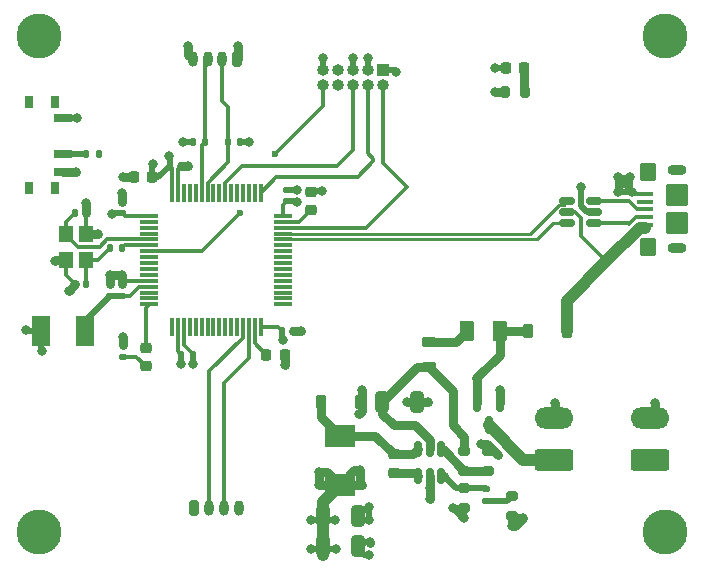
<source format=gbr>
%TF.GenerationSoftware,KiCad,Pcbnew,8.0.3*%
%TF.CreationDate,2024-07-29T11:00:05+05:30*%
%TF.ProjectId,SSTM32_REV2,5353544d-3332-45f5-9245-56322e6b6963,rev?*%
%TF.SameCoordinates,Original*%
%TF.FileFunction,Copper,L1,Top*%
%TF.FilePolarity,Positive*%
%FSLAX46Y46*%
G04 Gerber Fmt 4.6, Leading zero omitted, Abs format (unit mm)*
G04 Created by KiCad (PCBNEW 8.0.3) date 2024-07-29 11:00:05*
%MOMM*%
%LPD*%
G01*
G04 APERTURE LIST*
G04 Aperture macros list*
%AMRoundRect*
0 Rectangle with rounded corners*
0 $1 Rounding radius*
0 $2 $3 $4 $5 $6 $7 $8 $9 X,Y pos of 4 corners*
0 Add a 4 corners polygon primitive as box body*
4,1,4,$2,$3,$4,$5,$6,$7,$8,$9,$2,$3,0*
0 Add four circle primitives for the rounded corners*
1,1,$1+$1,$2,$3*
1,1,$1+$1,$4,$5*
1,1,$1+$1,$6,$7*
1,1,$1+$1,$8,$9*
0 Add four rect primitives between the rounded corners*
20,1,$1+$1,$2,$3,$4,$5,0*
20,1,$1+$1,$4,$5,$6,$7,0*
20,1,$1+$1,$6,$7,$8,$9,0*
20,1,$1+$1,$8,$9,$2,$3,0*%
G04 Aperture macros list end*
%TA.AperFunction,SMDPad,CuDef*%
%ADD10RoundRect,0.140000X0.170000X-0.140000X0.170000X0.140000X-0.170000X0.140000X-0.170000X-0.140000X0*%
%TD*%
%TA.AperFunction,SMDPad,CuDef*%
%ADD11RoundRect,0.140000X-0.140000X-0.170000X0.140000X-0.170000X0.140000X0.170000X-0.140000X0.170000X0*%
%TD*%
%TA.AperFunction,SMDPad,CuDef*%
%ADD12RoundRect,0.225000X0.225000X0.250000X-0.225000X0.250000X-0.225000X-0.250000X0.225000X-0.250000X0*%
%TD*%
%TA.AperFunction,SMDPad,CuDef*%
%ADD13RoundRect,0.135000X-0.185000X0.135000X-0.185000X-0.135000X0.185000X-0.135000X0.185000X0.135000X0*%
%TD*%
%TA.AperFunction,SMDPad,CuDef*%
%ADD14R,1.200000X1.400000*%
%TD*%
%TA.AperFunction,SMDPad,CuDef*%
%ADD15RoundRect,0.218750X-0.381250X0.218750X-0.381250X-0.218750X0.381250X-0.218750X0.381250X0.218750X0*%
%TD*%
%TA.AperFunction,SMDPad,CuDef*%
%ADD16RoundRect,0.250000X-0.375000X-0.625000X0.375000X-0.625000X0.375000X0.625000X-0.375000X0.625000X0*%
%TD*%
%TA.AperFunction,SMDPad,CuDef*%
%ADD17R,0.800000X1.000000*%
%TD*%
%TA.AperFunction,SMDPad,CuDef*%
%ADD18R,1.500000X0.700000*%
%TD*%
%TA.AperFunction,SMDPad,CuDef*%
%ADD19RoundRect,0.200000X0.275000X-0.200000X0.275000X0.200000X-0.275000X0.200000X-0.275000X-0.200000X0*%
%TD*%
%TA.AperFunction,SMDPad,CuDef*%
%ADD20RoundRect,0.135000X0.185000X-0.135000X0.185000X0.135000X-0.185000X0.135000X-0.185000X-0.135000X0*%
%TD*%
%TA.AperFunction,SMDPad,CuDef*%
%ADD21RoundRect,0.218750X0.256250X-0.218750X0.256250X0.218750X-0.256250X0.218750X-0.256250X-0.218750X0*%
%TD*%
%TA.AperFunction,SMDPad,CuDef*%
%ADD22R,1.500000X2.500000*%
%TD*%
%TA.AperFunction,SMDPad,CuDef*%
%ADD23RoundRect,0.225000X-0.225000X-0.375000X0.225000X-0.375000X0.225000X0.375000X-0.225000X0.375000X0*%
%TD*%
%TA.AperFunction,SMDPad,CuDef*%
%ADD24RoundRect,0.150000X0.150000X-0.512500X0.150000X0.512500X-0.150000X0.512500X-0.150000X-0.512500X0*%
%TD*%
%TA.AperFunction,SMDPad,CuDef*%
%ADD25RoundRect,0.218750X0.218750X0.256250X-0.218750X0.256250X-0.218750X-0.256250X0.218750X-0.256250X0*%
%TD*%
%TA.AperFunction,SMDPad,CuDef*%
%ADD26RoundRect,0.225000X0.250000X-0.225000X0.250000X0.225000X-0.250000X0.225000X-0.250000X-0.225000X0*%
%TD*%
%TA.AperFunction,SMDPad,CuDef*%
%ADD27RoundRect,0.250000X-0.325000X-0.650000X0.325000X-0.650000X0.325000X0.650000X-0.325000X0.650000X0*%
%TD*%
%TA.AperFunction,ComponentPad*%
%ADD28RoundRect,0.250000X1.400000X-0.650000X1.400000X0.650000X-1.400000X0.650000X-1.400000X-0.650000X0*%
%TD*%
%TA.AperFunction,ComponentPad*%
%ADD29O,3.300000X1.800000*%
%TD*%
%TA.AperFunction,SMDPad,CuDef*%
%ADD30RoundRect,0.200000X-0.275000X0.200000X-0.275000X-0.200000X0.275000X-0.200000X0.275000X0.200000X0*%
%TD*%
%TA.AperFunction,ComponentPad*%
%ADD31C,3.800000*%
%TD*%
%TA.AperFunction,SMDPad,CuDef*%
%ADD32RoundRect,0.150000X-0.150000X0.587500X-0.150000X-0.587500X0.150000X-0.587500X0.150000X0.587500X0*%
%TD*%
%TA.AperFunction,SMDPad,CuDef*%
%ADD33RoundRect,0.075000X-0.700000X-0.075000X0.700000X-0.075000X0.700000X0.075000X-0.700000X0.075000X0*%
%TD*%
%TA.AperFunction,SMDPad,CuDef*%
%ADD34RoundRect,0.075000X-0.075000X-0.700000X0.075000X-0.700000X0.075000X0.700000X-0.075000X0.700000X0*%
%TD*%
%TA.AperFunction,SMDPad,CuDef*%
%ADD35RoundRect,0.135000X0.135000X0.185000X-0.135000X0.185000X-0.135000X-0.185000X0.135000X-0.185000X0*%
%TD*%
%TA.AperFunction,SMDPad,CuDef*%
%ADD36R,2.500000X1.900000*%
%TD*%
%TA.AperFunction,SMDPad,CuDef*%
%ADD37RoundRect,0.225000X-0.225000X-0.250000X0.225000X-0.250000X0.225000X0.250000X-0.225000X0.250000X0*%
%TD*%
%TA.AperFunction,ComponentPad*%
%ADD38RoundRect,0.200000X-0.200000X-0.450000X0.200000X-0.450000X0.200000X0.450000X-0.200000X0.450000X0*%
%TD*%
%TA.AperFunction,ComponentPad*%
%ADD39O,0.800000X1.300000*%
%TD*%
%TA.AperFunction,ComponentPad*%
%ADD40R,1.000000X1.000000*%
%TD*%
%TA.AperFunction,ComponentPad*%
%ADD41O,1.000000X1.000000*%
%TD*%
%TA.AperFunction,SMDPad,CuDef*%
%ADD42RoundRect,0.140000X0.140000X0.170000X-0.140000X0.170000X-0.140000X-0.170000X0.140000X-0.170000X0*%
%TD*%
%TA.AperFunction,SMDPad,CuDef*%
%ADD43RoundRect,0.100000X0.575000X-0.100000X0.575000X0.100000X-0.575000X0.100000X-0.575000X-0.100000X0*%
%TD*%
%TA.AperFunction,ComponentPad*%
%ADD44O,1.600000X0.900000*%
%TD*%
%TA.AperFunction,SMDPad,CuDef*%
%ADD45RoundRect,0.250000X0.450000X-0.550000X0.450000X0.550000X-0.450000X0.550000X-0.450000X-0.550000X0*%
%TD*%
%TA.AperFunction,SMDPad,CuDef*%
%ADD46RoundRect,0.250000X0.700000X-0.700000X0.700000X0.700000X-0.700000X0.700000X-0.700000X-0.700000X0*%
%TD*%
%TA.AperFunction,SMDPad,CuDef*%
%ADD47RoundRect,0.135000X-0.135000X-0.185000X0.135000X-0.185000X0.135000X0.185000X-0.135000X0.185000X0*%
%TD*%
%TA.AperFunction,SMDPad,CuDef*%
%ADD48RoundRect,0.150000X0.512500X0.150000X-0.512500X0.150000X-0.512500X-0.150000X0.512500X-0.150000X0*%
%TD*%
%TA.AperFunction,SMDPad,CuDef*%
%ADD49RoundRect,0.200000X0.200000X0.275000X-0.200000X0.275000X-0.200000X-0.275000X0.200000X-0.275000X0*%
%TD*%
%TA.AperFunction,ComponentPad*%
%ADD50RoundRect,0.200000X0.200000X0.450000X-0.200000X0.450000X-0.200000X-0.450000X0.200000X-0.450000X0*%
%TD*%
%TA.AperFunction,ViaPad*%
%ADD51C,0.800000*%
%TD*%
%TA.AperFunction,ViaPad*%
%ADD52C,0.600000*%
%TD*%
%TA.AperFunction,Conductor*%
%ADD53C,0.300000*%
%TD*%
%TA.AperFunction,Conductor*%
%ADD54C,0.500000*%
%TD*%
%TA.AperFunction,Conductor*%
%ADD55C,0.750000*%
%TD*%
%TA.AperFunction,Conductor*%
%ADD56C,1.000000*%
%TD*%
%TA.AperFunction,Conductor*%
%ADD57C,0.261112*%
%TD*%
G04 APERTURE END LIST*
D10*
%TO.P,C9,1*%
%TO.N,+3.3VA*%
X151000000Y-103000000D03*
%TO.P,C9,2*%
%TO.N,GND*%
X151000000Y-102040000D03*
%TD*%
D11*
%TO.P,C12,1*%
%TO.N,HSE_IN*%
X148040000Y-96000000D03*
%TO.P,C12,2*%
%TO.N,GND*%
X149000000Y-96000000D03*
%TD*%
D12*
%TO.P,C3,1*%
%TO.N,+3.3V*%
X154550000Y-93000000D03*
%TO.P,C3,2*%
%TO.N,GND*%
X153000000Y-93000000D03*
%TD*%
D13*
%TO.P,R7,1*%
%TO.N,BUCK_FB*%
X182850000Y-119350000D03*
%TO.P,R7,2*%
%TO.N,Net-(R7-Pad2)*%
X182850000Y-120370000D03*
%TD*%
D11*
%TO.P,C6,1*%
%TO.N,+3.3V*%
X165520000Y-106000000D03*
%TO.P,C6,2*%
%TO.N,GND*%
X166480000Y-106000000D03*
%TD*%
D14*
%TO.P,Y1,1,1*%
%TO.N,HSE_IN*%
X147300000Y-97800000D03*
%TO.P,Y1,2,2*%
%TO.N,GND*%
X147300000Y-100000000D03*
%TO.P,Y1,3,3*%
%TO.N,Net-(C11-Pad1)*%
X149000000Y-100000000D03*
%TO.P,Y1,4,4*%
%TO.N,GND*%
X149000000Y-97800000D03*
%TD*%
D15*
%TO.P,FB1,1*%
%TO.N,Net-(F1-Pad1)*%
X178000000Y-106937500D03*
%TO.P,FB1,2*%
%TO.N,BUCK_IN*%
X178000000Y-109062500D03*
%TD*%
D16*
%TO.P,F1,1*%
%TO.N,Net-(F1-Pad1)*%
X181200000Y-106000000D03*
%TO.P,F1,2*%
%TO.N,Net-(D3-K)*%
X184000000Y-106000000D03*
%TD*%
D17*
%TO.P,SW1,*%
%TO.N,*%
X146350000Y-86600000D03*
X144140000Y-86600000D03*
X146350000Y-93900000D03*
X144140000Y-93900000D03*
D18*
%TO.P,SW1,1,A*%
%TO.N,+3.3V*%
X147000000Y-88000000D03*
%TO.P,SW1,2,B*%
%TO.N,Net-(SW1-B)*%
X147000000Y-91000000D03*
%TO.P,SW1,3,C*%
%TO.N,GND*%
X147000000Y-92500000D03*
%TD*%
D19*
%TO.P,R5,1*%
%TO.N,BUCK_EN*%
X183000000Y-117825000D03*
%TO.P,R5,2*%
%TO.N,GND*%
X183000000Y-116175000D03*
%TD*%
D20*
%TO.P,R3,1*%
%TO.N,Net-(D1-K)*%
X152100000Y-108220000D03*
%TO.P,R3,2*%
%TO.N,GND*%
X152100000Y-107200000D03*
%TD*%
D21*
%TO.P,D1,1,K*%
%TO.N,Net-(D1-K)*%
X154000000Y-109000000D03*
%TO.P,D1,2,A*%
%TO.N,LED_STATUS*%
X154000000Y-107425000D03*
%TD*%
D22*
%TO.P,L1,1*%
%TO.N,+3.3V*%
X145150000Y-106000000D03*
%TO.P,L1,2*%
%TO.N,+3.3VA*%
X148850000Y-106000000D03*
%TD*%
D23*
%TO.P,D3,1,K*%
%TO.N,Net-(D3-K)*%
X186350000Y-106000000D03*
%TO.P,D3,2,A*%
%TO.N,+5V*%
X189650000Y-106000000D03*
%TD*%
D24*
%TO.P,IC1,1,BST*%
%TO.N,BUCK_BST*%
X177100000Y-118275000D03*
%TO.P,IC1,2,GND*%
%TO.N,GND*%
X178050000Y-118275000D03*
%TO.P,IC1,3,FB*%
%TO.N,BUCK_FB*%
X179000000Y-118275000D03*
%TO.P,IC1,4,EN*%
%TO.N,BUCK_EN*%
X179000000Y-116000000D03*
%TO.P,IC1,5,IN*%
%TO.N,BUCK_IN*%
X178050000Y-116000000D03*
%TO.P,IC1,6,SW*%
%TO.N,BUCK_SW*%
X177100000Y-116000000D03*
%TD*%
D25*
%TO.P,D4,1,K*%
%TO.N,Net-(D4-K)*%
X186062500Y-83750000D03*
%TO.P,D4,2,A*%
%TO.N,+3.3V*%
X184487500Y-83750000D03*
%TD*%
D26*
%TO.P,C14,1*%
%TO.N,BUCK_BST*%
X175000000Y-118000000D03*
%TO.P,C14,2*%
%TO.N,BUCK_SW*%
X175000000Y-116450000D03*
%TD*%
D27*
%TO.P,C15,1*%
%TO.N,+3.3V*%
X169025000Y-121700000D03*
%TO.P,C15,2*%
%TO.N,GND*%
X171975000Y-121700000D03*
%TD*%
D28*
%TO.P,J1,1,Pin_1*%
%TO.N,+12V*%
X188552500Y-116900000D03*
X196752500Y-116900000D03*
D29*
%TO.P,J1,2,Pin_2*%
%TO.N,GND*%
X188552500Y-113400000D03*
X196752500Y-113400000D03*
%TD*%
D10*
%TO.P,C7,1*%
%TO.N,+3.3V*%
X166000000Y-95000000D03*
%TO.P,C7,2*%
%TO.N,GND*%
X166000000Y-94040000D03*
%TD*%
D30*
%TO.P,R8,1*%
%TO.N,Net-(R7-Pad2)*%
X185000000Y-120000000D03*
%TO.P,R8,2*%
%TO.N,GND*%
X185000000Y-121650000D03*
%TD*%
D31*
%TO.P,H2,1,1*%
%TO.N,GND*%
X198000000Y-123000000D03*
%TD*%
D10*
%TO.P,C10,1*%
%TO.N,+3.3VA*%
X152000000Y-103000000D03*
%TO.P,C10,2*%
%TO.N,GND*%
X152000000Y-102040000D03*
%TD*%
D32*
%TO.P,Q1,1,G*%
%TO.N,GND*%
X184000000Y-112125000D03*
%TO.P,Q1,2,S*%
%TO.N,Net-(D3-K)*%
X182100000Y-112125000D03*
%TO.P,Q1,3,D*%
%TO.N,+12V*%
X183050000Y-114000000D03*
%TD*%
D10*
%TO.P,C4,1*%
%TO.N,+3.3V*%
X152000000Y-96000000D03*
%TO.P,C4,2*%
%TO.N,GND*%
X152000000Y-95040000D03*
%TD*%
D33*
%TO.P,U1,1,VBAT*%
%TO.N,+3.3V*%
X154325000Y-96250000D03*
%TO.P,U1,2,PC13*%
%TO.N,unconnected-(U1-PC13-Pad2)*%
X154325000Y-96750000D03*
%TO.P,U1,3,PC14*%
%TO.N,unconnected-(U1-PC14-Pad3)*%
X154325000Y-97250000D03*
%TO.P,U1,4,PC15*%
%TO.N,unconnected-(U1-PC15-Pad4)*%
X154325000Y-97750000D03*
%TO.P,U1,5,PH0*%
%TO.N,HSE_IN*%
X154325000Y-98250000D03*
%TO.P,U1,6,PH1*%
%TO.N,HSE_OUT*%
X154325000Y-98750000D03*
%TO.P,U1,7,NRST*%
%TO.N,NRST*%
X154325000Y-99250000D03*
%TO.P,U1,8,PC0*%
%TO.N,unconnected-(U1-PC0-Pad8)*%
X154325000Y-99750000D03*
%TO.P,U1,9,PC1*%
%TO.N,unconnected-(U1-PC1-Pad9)*%
X154325000Y-100250000D03*
%TO.P,U1,10,PC2*%
%TO.N,unconnected-(U1-PC2-Pad10)*%
X154325000Y-100750000D03*
%TO.P,U1,11,PC3*%
%TO.N,unconnected-(U1-PC3-Pad11)*%
X154325000Y-101250000D03*
%TO.P,U1,12,VSSA*%
%TO.N,GND*%
X154325000Y-101750000D03*
%TO.P,U1,13,VDDA*%
%TO.N,+3.3VA*%
X154325000Y-102250000D03*
%TO.P,U1,14,PA0*%
%TO.N,unconnected-(U1-PA0-Pad14)*%
X154325000Y-102750000D03*
%TO.P,U1,15,PA1*%
%TO.N,unconnected-(U1-PA1-Pad15)*%
X154325000Y-103250000D03*
%TO.P,U1,16,PA2*%
%TO.N,LED_STATUS*%
X154325000Y-103750000D03*
D34*
%TO.P,U1,17,PA3*%
%TO.N,unconnected-(U1-PA3-Pad17)*%
X156250000Y-105675000D03*
%TO.P,U1,18,VSS*%
%TO.N,GND*%
X156750000Y-105675000D03*
%TO.P,U1,19,VDD*%
%TO.N,+3.3V*%
X157250000Y-105675000D03*
%TO.P,U1,20,PA4*%
%TO.N,unconnected-(U1-PA4-Pad20)*%
X157750000Y-105675000D03*
%TO.P,U1,21,PA5*%
%TO.N,unconnected-(U1-PA5-Pad21)*%
X158250000Y-105675000D03*
%TO.P,U1,22,PA6*%
%TO.N,unconnected-(U1-PA6-Pad22)*%
X158750000Y-105675000D03*
%TO.P,U1,23,PA7*%
%TO.N,unconnected-(U1-PA7-Pad23)*%
X159250000Y-105675000D03*
%TO.P,U1,24,PC4*%
%TO.N,unconnected-(U1-PC4-Pad24)*%
X159750000Y-105675000D03*
%TO.P,U1,25,PC5*%
%TO.N,unconnected-(U1-PC5-Pad25)*%
X160250000Y-105675000D03*
%TO.P,U1,26,PB0*%
%TO.N,unconnected-(U1-PB0-Pad26)*%
X160750000Y-105675000D03*
%TO.P,U1,27,PB1*%
%TO.N,unconnected-(U1-PB1-Pad27)*%
X161250000Y-105675000D03*
%TO.P,U1,28,PB2*%
%TO.N,unconnected-(U1-PB2-Pad28)*%
X161750000Y-105675000D03*
%TO.P,U1,29,PB10*%
%TO.N,UART3_TX*%
X162250000Y-105675000D03*
%TO.P,U1,30,PB11*%
%TO.N,UART3_RX*%
X162750000Y-105675000D03*
%TO.P,U1,31,VCAP_1*%
%TO.N,Net-(U1-VCAP_1)*%
X163250000Y-105675000D03*
%TO.P,U1,32,VDD*%
%TO.N,+3.3V*%
X163750000Y-105675000D03*
D33*
%TO.P,U1,33,PB12*%
%TO.N,unconnected-(U1-PB12-Pad33)*%
X165675000Y-103750000D03*
%TO.P,U1,34,PB13*%
%TO.N,unconnected-(U1-PB13-Pad34)*%
X165675000Y-103250000D03*
%TO.P,U1,35,PB14*%
%TO.N,unconnected-(U1-PB14-Pad35)*%
X165675000Y-102750000D03*
%TO.P,U1,36,PB15*%
%TO.N,unconnected-(U1-PB15-Pad36)*%
X165675000Y-102250000D03*
%TO.P,U1,37,PC6*%
%TO.N,unconnected-(U1-PC6-Pad37)*%
X165675000Y-101750000D03*
%TO.P,U1,38,PC7*%
%TO.N,unconnected-(U1-PC7-Pad38)*%
X165675000Y-101250000D03*
%TO.P,U1,39,PC8*%
%TO.N,unconnected-(U1-PC8-Pad39)*%
X165675000Y-100750000D03*
%TO.P,U1,40,PC9*%
%TO.N,unconnected-(U1-PC9-Pad40)*%
X165675000Y-100250000D03*
%TO.P,U1,41,PA8*%
%TO.N,unconnected-(U1-PA8-Pad41)*%
X165675000Y-99750000D03*
%TO.P,U1,42,PA9*%
%TO.N,unconnected-(U1-PA9-Pad42)*%
X165675000Y-99250000D03*
%TO.P,U1,43,PA10*%
%TO.N,unconnected-(U1-PA10-Pad43)*%
X165675000Y-98750000D03*
%TO.P,U1,44,PA11*%
%TO.N,USB_D-*%
X165675000Y-98250000D03*
%TO.P,U1,45,PA12*%
%TO.N,USB_D+*%
X165675000Y-97750000D03*
%TO.P,U1,46,PA13*%
%TO.N,SWDIO*%
X165675000Y-97250000D03*
%TO.P,U1,47,VCAP_2*%
%TO.N,Net-(U1-VCAP_2)*%
X165675000Y-96750000D03*
%TO.P,U1,48,VDD*%
%TO.N,+3.3V*%
X165675000Y-96250000D03*
D34*
%TO.P,U1,49,PA14*%
%TO.N,SWCLK*%
X163750000Y-94325000D03*
%TO.P,U1,50,PA15*%
%TO.N,unconnected-(U1-PA15-Pad50)*%
X163250000Y-94325000D03*
%TO.P,U1,51,PC10*%
%TO.N,unconnected-(U1-PC10-Pad51)*%
X162750000Y-94325000D03*
%TO.P,U1,52,PC11*%
%TO.N,unconnected-(U1-PC11-Pad52)*%
X162250000Y-94325000D03*
%TO.P,U1,53,PC12*%
%TO.N,unconnected-(U1-PC12-Pad53)*%
X161750000Y-94325000D03*
%TO.P,U1,54,PD2*%
%TO.N,unconnected-(U1-PD2-Pad54)*%
X161250000Y-94325000D03*
%TO.P,U1,55,PB3*%
%TO.N,SWO*%
X160750000Y-94325000D03*
%TO.P,U1,56,PB4*%
%TO.N,unconnected-(U1-PB4-Pad56)*%
X160250000Y-94325000D03*
%TO.P,U1,57,PB5*%
%TO.N,unconnected-(U1-PB5-Pad57)*%
X159750000Y-94325000D03*
%TO.P,U1,58,PB6*%
%TO.N,I2C1_SCL*%
X159250000Y-94325000D03*
%TO.P,U1,59,PB7*%
%TO.N,I2C1_SDA*%
X158750000Y-94325000D03*
%TO.P,U1,60,BOOT0*%
%TO.N,BOOT0*%
X158250000Y-94325000D03*
%TO.P,U1,61,PB8*%
%TO.N,unconnected-(U1-PB8-Pad61)*%
X157750000Y-94325000D03*
%TO.P,U1,62,PB9*%
%TO.N,unconnected-(U1-PB9-Pad62)*%
X157250000Y-94325000D03*
%TO.P,U1,63,VSS*%
%TO.N,GND*%
X156750000Y-94325000D03*
%TO.P,U1,64,VDD*%
%TO.N,+3.3V*%
X156250000Y-94325000D03*
%TD*%
D30*
%TO.P,R4,1*%
%TO.N,BUCK_IN*%
X181000000Y-116175000D03*
%TO.P,R4,2*%
%TO.N,BUCK_EN*%
X181000000Y-117825000D03*
%TD*%
D35*
%TO.P,R2,1*%
%TO.N,HSE_OUT*%
X152020000Y-99000000D03*
%TO.P,R2,2*%
%TO.N,Net-(C11-Pad1)*%
X151000000Y-99000000D03*
%TD*%
D31*
%TO.P,H1,1,1*%
%TO.N,GND*%
X145000000Y-81000000D03*
%TD*%
%TO.P,H3,1,1*%
%TO.N,GND*%
X145000000Y-123000000D03*
%TD*%
D36*
%TO.P,L2,1*%
%TO.N,BUCK_SW*%
X170475000Y-114900000D03*
%TO.P,L2,2*%
%TO.N,+3.3V*%
X170475000Y-119000000D03*
%TD*%
D37*
%TO.P,C2,1*%
%TO.N,Net-(U1-VCAP_1)*%
X164225000Y-108000000D03*
%TO.P,C2,2*%
%TO.N,GND*%
X165775000Y-108000000D03*
%TD*%
D38*
%TO.P,J4,1,Pin_1*%
%TO.N,+3.3V*%
X158125000Y-121000000D03*
D39*
%TO.P,J4,2,Pin_2*%
%TO.N,UART3_TX*%
X159375000Y-121000000D03*
%TO.P,J4,3,Pin_3*%
%TO.N,UART3_RX*%
X160625000Y-121000000D03*
%TO.P,J4,4,Pin_4*%
%TO.N,GND*%
X161875000Y-121000000D03*
%TD*%
D40*
%TO.P,J6,1,Pin_1*%
%TO.N,+3.3V*%
X174100000Y-83925000D03*
D41*
%TO.P,J6,2,Pin_2*%
%TO.N,SWDIO*%
X174100000Y-85195000D03*
%TO.P,J6,3,Pin_3*%
%TO.N,GND*%
X172830000Y-83925000D03*
%TO.P,J6,4,Pin_4*%
%TO.N,SWCLK*%
X172830000Y-85195000D03*
%TO.P,J6,5,Pin_5*%
%TO.N,GND*%
X171560000Y-83925000D03*
%TO.P,J6,6,Pin_6*%
%TO.N,SWO*%
X171560000Y-85195000D03*
%TO.P,J6,7,Pin_7*%
%TO.N,unconnected-(J6-Pin_7-Pad7)*%
X170290000Y-83925000D03*
%TO.P,J6,8,Pin_8*%
%TO.N,unconnected-(J6-Pin_8-Pad8)*%
X170290000Y-85195000D03*
%TO.P,J6,9,Pin_9*%
%TO.N,GND*%
X169020000Y-83925000D03*
%TO.P,J6,10,Pin_10*%
%TO.N,NRST*%
X169020000Y-85195000D03*
%TD*%
D42*
%TO.P,C5,1*%
%TO.N,+3.3V*%
X158000000Y-108000000D03*
%TO.P,C5,2*%
%TO.N,GND*%
X157040000Y-108000000D03*
%TD*%
D43*
%TO.P,J5,1,VBUS*%
%TO.N,+5V*%
X196325000Y-97000000D03*
%TO.P,J5,2,D-*%
%TO.N,USB_CONN_D-*%
X196325000Y-96350000D03*
%TO.P,J5,3,D+*%
%TO.N,USB_CONN_D+*%
X196325000Y-95700000D03*
%TO.P,J5,4,ID*%
%TO.N,unconnected-(J5-ID-Pad4)*%
X196325000Y-95050000D03*
%TO.P,J5,5,GND*%
%TO.N,GND*%
X196325000Y-94400000D03*
D44*
%TO.P,J5,6,Shield*%
%TO.N,unconnected-(J5-Shield-Pad6)_1*%
X199000000Y-99000000D03*
D45*
%TO.N,unconnected-(J5-Shield-Pad6)_2*%
X196550000Y-98900000D03*
D46*
%TO.N,unconnected-(J5-Shield-Pad6)_0*%
X199000000Y-96900000D03*
%TO.N,unconnected-(J5-Shield-Pad6)_3*%
X199000000Y-94500000D03*
D45*
%TO.N,unconnected-(J5-Shield-Pad6)_4*%
X196550000Y-92500000D03*
D44*
%TO.N,unconnected-(J5-Shield-Pad6)*%
X199000000Y-92400000D03*
%TD*%
D35*
%TO.P,R9,1*%
%TO.N,+3.3V*%
X162020000Y-90000000D03*
%TO.P,R9,2*%
%TO.N,I2C1_SCL*%
X161000000Y-90000000D03*
%TD*%
D47*
%TO.P,R1,1*%
%TO.N,Net-(SW1-B)*%
X149000000Y-91000000D03*
%TO.P,R1,2*%
%TO.N,BOOT0*%
X150020000Y-91000000D03*
%TD*%
D31*
%TO.P,H4,1,1*%
%TO.N,GND*%
X198000000Y-81000000D03*
%TD*%
D19*
%TO.P,R6,1*%
%TO.N,+3.3V*%
X181000000Y-120950000D03*
%TO.P,R6,2*%
%TO.N,BUCK_FB*%
X181000000Y-119300000D03*
%TD*%
D48*
%TO.P,U3,1,I/O1*%
%TO.N,USB_CONN_D-*%
X192000000Y-96900000D03*
%TO.P,U3,2,GND*%
%TO.N,GND*%
X192000000Y-95950000D03*
%TO.P,U3,3,I/O2*%
%TO.N,USB_CONN_D+*%
X192000000Y-95000000D03*
%TO.P,U3,4,I/O2*%
%TO.N,USB_D+*%
X189725000Y-95000000D03*
%TO.P,U3,5,VBUS*%
%TO.N,+5V*%
X189725000Y-95950000D03*
%TO.P,U3,6,I/O1*%
%TO.N,USB_D-*%
X189725000Y-96900000D03*
%TD*%
D26*
%TO.P,C1,1*%
%TO.N,Net-(U1-VCAP_2)*%
X168000000Y-95775000D03*
%TO.P,C1,2*%
%TO.N,GND*%
X168000000Y-94225000D03*
%TD*%
D11*
%TO.P,C8,1*%
%TO.N,+3.3V*%
X156040000Y-92000000D03*
%TO.P,C8,2*%
%TO.N,GND*%
X157000000Y-92000000D03*
%TD*%
D47*
%TO.P,R10,1*%
%TO.N,+3.3V*%
X158000000Y-90000000D03*
%TO.P,R10,2*%
%TO.N,I2C1_SDA*%
X159020000Y-90000000D03*
%TD*%
D27*
%TO.P,C16,1*%
%TO.N,+3.3V*%
X169025000Y-124200000D03*
%TO.P,C16,2*%
%TO.N,GND*%
X171975000Y-124200000D03*
%TD*%
D42*
%TO.P,C11,1*%
%TO.N,Net-(C11-Pad1)*%
X149000000Y-102000000D03*
%TO.P,C11,2*%
%TO.N,GND*%
X148040000Y-102000000D03*
%TD*%
D23*
%TO.P,D2,1,K*%
%TO.N,BUCK_SW*%
X168825000Y-112000000D03*
%TO.P,D2,2,A*%
%TO.N,GND*%
X172125000Y-112000000D03*
%TD*%
D27*
%TO.P,C13,1*%
%TO.N,BUCK_IN*%
X174050000Y-112000000D03*
%TO.P,C13,2*%
%TO.N,GND*%
X177000000Y-112000000D03*
%TD*%
D49*
%TO.P,R11,1*%
%TO.N,Net-(D4-K)*%
X186100000Y-85750000D03*
%TO.P,R11,2*%
%TO.N,GND*%
X184450000Y-85750000D03*
%TD*%
D50*
%TO.P,J3,1,Pin_1*%
%TO.N,+3.3V*%
X161750000Y-83000000D03*
D39*
%TO.P,J3,2,Pin_2*%
%TO.N,I2C1_SCL*%
X160500000Y-83000000D03*
%TO.P,J3,3,Pin_3*%
%TO.N,I2C1_SDA*%
X159250000Y-83000000D03*
%TO.P,J3,4,Pin_4*%
%TO.N,GND*%
X158000000Y-83000000D03*
%TD*%
D51*
%TO.N,GND*%
X152100000Y-93000000D03*
X151000000Y-101300000D03*
X172900000Y-122000000D03*
X185000000Y-122500000D03*
X172850000Y-82900000D03*
X172900000Y-125000000D03*
X190900000Y-93800000D03*
X172300000Y-111000000D03*
X146300000Y-100100000D03*
X152000000Y-101300000D03*
X157600000Y-92000000D03*
X176100000Y-112000000D03*
X165800000Y-108900000D03*
X186000000Y-121800000D03*
X197100000Y-112100000D03*
X184000000Y-111000000D03*
X194000000Y-93000000D03*
X147500000Y-102600000D03*
X148100000Y-92500000D03*
X168975784Y-94188228D03*
X183800000Y-116500000D03*
X194000000Y-94200000D03*
X167200000Y-106000000D03*
X188700000Y-112100000D03*
X173000000Y-123900000D03*
X157000000Y-108800000D03*
X149000000Y-95200000D03*
X183575000Y-85750000D03*
X172895950Y-120871090D03*
X152000000Y-94300000D03*
X195000000Y-93000000D03*
X150000000Y-97800000D03*
X178080996Y-119290190D03*
X182400000Y-115600000D03*
X178100000Y-120200000D03*
X195200000Y-94200000D03*
X172100000Y-113000000D03*
X177900000Y-112000000D03*
X166800000Y-94100000D03*
X171600000Y-82900000D03*
X152100000Y-106500000D03*
X169050000Y-82900000D03*
X157600000Y-81900000D03*
%TO.N,+3.3V*%
X158000000Y-108800000D03*
X157200000Y-90000000D03*
X166800000Y-95100000D03*
X161800000Y-81900000D03*
X168700000Y-117900000D03*
X168000000Y-122000000D03*
X168000000Y-124500000D03*
X145200000Y-107700000D03*
X151200000Y-96100000D03*
X175200000Y-84050000D03*
X165600000Y-106800000D03*
X170100000Y-124500000D03*
X156000000Y-91200000D03*
X154600000Y-91900000D03*
X172300000Y-119000000D03*
X181000000Y-121800000D03*
X148200000Y-88000000D03*
X168700000Y-119000000D03*
X170000000Y-122000000D03*
X162800000Y-90000000D03*
X172200000Y-117800000D03*
X143900000Y-105900000D03*
X183575000Y-83750000D03*
X180000000Y-121000000D03*
D52*
%TO.N,NRST*%
X165000000Y-91000000D03*
X162000000Y-96000000D03*
%TD*%
D53*
%TO.N,Net-(U1-VCAP_2)*%
X167025000Y-96750000D02*
X168000000Y-95775000D01*
X165675000Y-96750000D02*
X167025000Y-96750000D01*
%TO.N,GND*%
X156750000Y-105675000D02*
X156750000Y-107710000D01*
D54*
X172895950Y-120871090D02*
X172803910Y-120871090D01*
D53*
X195400000Y-94400000D02*
X195200000Y-94200000D01*
X149000000Y-97800000D02*
X149000000Y-96000000D01*
D55*
X157600000Y-82600000D02*
X158000000Y-83000000D01*
X185300000Y-122500000D02*
X186000000Y-121800000D01*
D54*
X172275000Y-122000000D02*
X171975000Y-121700000D01*
D55*
X148040000Y-102060000D02*
X147500000Y-102600000D01*
D54*
X192000000Y-95950000D02*
X191337501Y-95950000D01*
D55*
X157600000Y-81900000D02*
X157600000Y-82600000D01*
X146400000Y-100000000D02*
X146300000Y-100100000D01*
D53*
X194000000Y-93000000D02*
X195000000Y-93000000D01*
X147300000Y-101260000D02*
X148040000Y-102000000D01*
D55*
X188700000Y-112100000D02*
X188700000Y-113252500D01*
X178050000Y-118275000D02*
X178050000Y-120150000D01*
D54*
X171560000Y-82940000D02*
X171600000Y-82900000D01*
X195200000Y-94200000D02*
X194000000Y-93000000D01*
X169020000Y-83925000D02*
X169020000Y-82930000D01*
D55*
X151000000Y-102040000D02*
X151000000Y-101300000D01*
D53*
X156750000Y-94325000D02*
X156750000Y-92250000D01*
D54*
X172830000Y-83925000D02*
X172830000Y-82920000D01*
D55*
X152000000Y-102040000D02*
X152000000Y-101300000D01*
D54*
X194000000Y-94200000D02*
X194000000Y-94000000D01*
D55*
X197100000Y-113052500D02*
X196752500Y-113400000D01*
X185000000Y-122500000D02*
X185300000Y-122500000D01*
X165775000Y-108000000D02*
X165775000Y-108875000D01*
D54*
X172830000Y-82920000D02*
X172850000Y-82900000D01*
X172900000Y-125000000D02*
X172475000Y-125000000D01*
X195000000Y-94000000D02*
X195200000Y-94200000D01*
D55*
X147000000Y-92500000D02*
X148100000Y-92500000D01*
D54*
X172895950Y-121995950D02*
X172900000Y-122000000D01*
D55*
X157000000Y-92000000D02*
X157600000Y-92000000D01*
X148040000Y-102000000D02*
X148040000Y-102060000D01*
D54*
X190837500Y-95449999D02*
X190837500Y-93862500D01*
X166800000Y-94100000D02*
X166060000Y-94100000D01*
D55*
X176100000Y-112000000D02*
X177900000Y-112000000D01*
X165775000Y-108875000D02*
X165800000Y-108900000D01*
X197100000Y-112100000D02*
X197100000Y-113052500D01*
D54*
X195000000Y-93000000D02*
X195000000Y-94000000D01*
D55*
X173000000Y-123900000D02*
X173000000Y-123950000D01*
D54*
X169020000Y-82930000D02*
X169050000Y-82900000D01*
D53*
X156750000Y-92250000D02*
X157000000Y-92000000D01*
D54*
X172895950Y-120871090D02*
X172895950Y-121995950D01*
X194000000Y-93000000D02*
X194000000Y-94200000D01*
X157040000Y-108000000D02*
X157040000Y-108760000D01*
X191337501Y-95950000D02*
X190837500Y-95449999D01*
D55*
X153000000Y-93000000D02*
X152100000Y-93000000D01*
D53*
X156750000Y-107710000D02*
X157040000Y-108000000D01*
D55*
X152100000Y-107200000D02*
X152100000Y-106500000D01*
D54*
X190837500Y-93862500D02*
X190900000Y-93800000D01*
D55*
X149000000Y-96000000D02*
X149000000Y-95200000D01*
X147300000Y-100000000D02*
X146400000Y-100000000D01*
X182900000Y-115600000D02*
X183800000Y-116500000D01*
D54*
X168975784Y-94188228D02*
X168036772Y-94188228D01*
X168036772Y-94188228D02*
X168000000Y-94225000D01*
D55*
X172300000Y-112800000D02*
X172100000Y-113000000D01*
X166480000Y-106000000D02*
X167200000Y-106000000D01*
X185000000Y-122500000D02*
X185000000Y-121650000D01*
X172300000Y-111000000D02*
X172300000Y-112800000D01*
D54*
X166060000Y-94100000D02*
X166000000Y-94040000D01*
D55*
X182400000Y-115600000D02*
X182900000Y-115600000D01*
D54*
X194000000Y-94000000D02*
X195000000Y-93000000D01*
D55*
X188700000Y-113252500D02*
X188552500Y-113400000D01*
D53*
X147300000Y-100000000D02*
X147300000Y-101260000D01*
X152290000Y-101750000D02*
X152000000Y-102040000D01*
D54*
X172475000Y-125000000D02*
X171975000Y-124500000D01*
D55*
X152000000Y-94300000D02*
X152000000Y-95040000D01*
D54*
X172803910Y-120871090D02*
X171975000Y-121700000D01*
D55*
X151000000Y-101300000D02*
X152000000Y-101300000D01*
X178050000Y-120150000D02*
X178100000Y-120200000D01*
D54*
X194000000Y-94200000D02*
X195200000Y-94200000D01*
X172575000Y-123900000D02*
X171975000Y-124500000D01*
X173000000Y-123900000D02*
X172575000Y-123900000D01*
X172900000Y-122000000D02*
X172275000Y-122000000D01*
X157040000Y-108760000D02*
X157000000Y-108800000D01*
X171560000Y-83925000D02*
X171560000Y-82940000D01*
D53*
X196325000Y-94400000D02*
X195400000Y-94400000D01*
D55*
X150000000Y-97800000D02*
X149000000Y-97800000D01*
D53*
X154325000Y-101750000D02*
X152290000Y-101750000D01*
D55*
X184000000Y-111000000D02*
X184000000Y-112125000D01*
X183575000Y-85750000D02*
X184450000Y-85750000D01*
X185150000Y-121800000D02*
X185000000Y-121650000D01*
X186000000Y-121800000D02*
X185150000Y-121800000D01*
D53*
%TO.N,Net-(U1-VCAP_1)*%
X163250000Y-107025000D02*
X164225000Y-108000000D01*
X163250000Y-105675000D02*
X163250000Y-107025000D01*
D55*
%TO.N,+3.3V*%
X172200000Y-117800000D02*
X172200000Y-118900000D01*
D54*
X154550000Y-93000000D02*
X154550000Y-91950000D01*
X168000000Y-124500000D02*
X170100000Y-124500000D01*
X156040000Y-91240000D02*
X156000000Y-91200000D01*
D53*
X163750000Y-105675000D02*
X165195000Y-105675000D01*
D54*
X155040000Y-93000000D02*
X156040000Y-92000000D01*
X181000000Y-121800000D02*
X180800000Y-121800000D01*
X174100000Y-83925000D02*
X175075000Y-83925000D01*
D55*
X161800000Y-82950000D02*
X161750000Y-83000000D01*
D56*
X170475000Y-119000000D02*
X169000000Y-120475000D01*
D54*
X156040000Y-92000000D02*
X156040000Y-91240000D01*
D53*
X152250000Y-96250000D02*
X152000000Y-96000000D01*
X157250000Y-105675000D02*
X157250000Y-107203154D01*
D54*
X152000000Y-96000000D02*
X151300000Y-96000000D01*
X154550000Y-93000000D02*
X155040000Y-93000000D01*
D53*
X165675000Y-95325000D02*
X166000000Y-95000000D01*
X158000000Y-107953154D02*
X158000000Y-108000000D01*
D54*
X151300000Y-96000000D02*
X151200000Y-96100000D01*
D55*
X171675000Y-117800000D02*
X170475000Y-119000000D01*
X161800000Y-81900000D02*
X161800000Y-82950000D01*
D54*
X145150000Y-106000000D02*
X145150000Y-107650000D01*
D56*
X169000000Y-120475000D02*
X169000000Y-122000000D01*
D53*
X165195000Y-105675000D02*
X165520000Y-106000000D01*
D55*
X168700000Y-117900000D02*
X169375000Y-117900000D01*
D54*
X158000000Y-108000000D02*
X158000000Y-108800000D01*
X180950000Y-121000000D02*
X181000000Y-120950000D01*
X154550000Y-91950000D02*
X154600000Y-91900000D01*
D53*
X154325000Y-96250000D02*
X152250000Y-96250000D01*
D54*
X175075000Y-83925000D02*
X175200000Y-84050000D01*
X147000000Y-88000000D02*
X148200000Y-88000000D01*
D55*
X172300000Y-119000000D02*
X170475000Y-119000000D01*
X168700000Y-119000000D02*
X168700000Y-117900000D01*
D53*
X156250000Y-92210000D02*
X156040000Y-92000000D01*
X165675000Y-96250000D02*
X165675000Y-95325000D01*
D54*
X181000000Y-120950000D02*
X181000000Y-121800000D01*
D55*
X169375000Y-117900000D02*
X170475000Y-119000000D01*
D54*
X166000000Y-95000000D02*
X166700000Y-95000000D01*
X184487500Y-83750000D02*
X183575000Y-83750000D01*
D56*
X169000000Y-122000000D02*
X169000000Y-125000000D01*
D54*
X145150000Y-107650000D02*
X145200000Y-107700000D01*
X165520000Y-106720000D02*
X165600000Y-106800000D01*
D55*
X168700000Y-119000000D02*
X170475000Y-119000000D01*
D53*
X157250000Y-107203154D02*
X158000000Y-107953154D01*
D55*
X172200000Y-117800000D02*
X171675000Y-117800000D01*
X172200000Y-118900000D02*
X172300000Y-119000000D01*
D54*
X158000000Y-90000000D02*
X157200000Y-90000000D01*
X145150000Y-106000000D02*
X144000000Y-106000000D01*
X144000000Y-106000000D02*
X143900000Y-105900000D01*
X180000000Y-121000000D02*
X180950000Y-121000000D01*
X165520000Y-106000000D02*
X165520000Y-106720000D01*
X166700000Y-95000000D02*
X166800000Y-95100000D01*
X162020000Y-90000000D02*
X162800000Y-90000000D01*
X180800000Y-121800000D02*
X180000000Y-121000000D01*
D53*
X156250000Y-94325000D02*
X156250000Y-92210000D01*
D54*
X168000000Y-122000000D02*
X170000000Y-122000000D01*
%TO.N,+3.3VA*%
X148850000Y-105150000D02*
X151000000Y-103000000D01*
D53*
X154325000Y-102250000D02*
X153446880Y-102250000D01*
D54*
X151000000Y-103000000D02*
X152000000Y-103000000D01*
X149000000Y-106000000D02*
X148850000Y-105150000D01*
D55*
X148950000Y-106100000D02*
X148850000Y-106000000D01*
D53*
X152696880Y-103000000D02*
X152000000Y-103000000D01*
X153446880Y-102250000D02*
X152696880Y-103000000D01*
D55*
X148600000Y-106250000D02*
X148850000Y-106000000D01*
D54*
X148850000Y-106000000D02*
X149000000Y-106000000D01*
D53*
%TO.N,Net-(C11-Pad1)*%
X149000000Y-100000000D02*
X149000000Y-102000000D01*
X150000000Y-100000000D02*
X149000000Y-100000000D01*
X151000000Y-99000000D02*
X150000000Y-100000000D01*
%TO.N,HSE_IN*%
X147300000Y-96740000D02*
X148040000Y-96000000D01*
X150720366Y-98250000D02*
X150120366Y-98850000D01*
X150120366Y-98850000D02*
X148250000Y-98850000D01*
X148250000Y-98850000D02*
X147300000Y-97900000D01*
X147300000Y-97900000D02*
X147300000Y-97800000D01*
X154325000Y-98250000D02*
X150720366Y-98250000D01*
X147300000Y-97800000D02*
X147300000Y-96740000D01*
D55*
%TO.N,BUCK_IN*%
X180000000Y-111062500D02*
X178000000Y-109062500D01*
X174050000Y-112000000D02*
X176987500Y-109062500D01*
X180000000Y-114000000D02*
X180000000Y-111062500D01*
X176791960Y-114000000D02*
X175000000Y-114000000D01*
X175000000Y-114000000D02*
X174050000Y-113050000D01*
X181000000Y-115000000D02*
X180000000Y-114000000D01*
X181000000Y-116175000D02*
X181000000Y-115000000D01*
X178050000Y-115258040D02*
X176791960Y-114000000D01*
X178050000Y-116000000D02*
X178050000Y-115258040D01*
X174050000Y-113050000D02*
X174050000Y-112000000D01*
X176987500Y-109062500D02*
X178000000Y-109062500D01*
%TO.N,BUCK_BST*%
X175000000Y-118000000D02*
X176825000Y-118000000D01*
X176825000Y-118000000D02*
X177100000Y-118275000D01*
%TO.N,BUCK_SW*%
X170475000Y-114900000D02*
X173450000Y-114900000D01*
X168825000Y-113250000D02*
X170475000Y-114900000D01*
X173450000Y-114900000D02*
X175000000Y-116450000D01*
X176650000Y-116450000D02*
X177100000Y-116000000D01*
X168825000Y-112000000D02*
X168825000Y-113250000D01*
X175000000Y-116450000D02*
X176650000Y-116450000D01*
D53*
%TO.N,LED_STATUS*%
X154325000Y-103750000D02*
X154000000Y-104075000D01*
X154000000Y-104075000D02*
X154000000Y-107425000D01*
%TO.N,Net-(D1-K)*%
X153220000Y-108220000D02*
X154000000Y-109000000D01*
X152100000Y-108220000D02*
X153220000Y-108220000D01*
D56*
%TO.N,+5V*%
X192999785Y-100099785D02*
X195849570Y-97250000D01*
D53*
X190387499Y-95950000D02*
X190900000Y-96462501D01*
X190900000Y-96462501D02*
X190900000Y-98000000D01*
X190900000Y-98000000D02*
X192999785Y-100099785D01*
D56*
X189650000Y-106000000D02*
X189650000Y-103449570D01*
D53*
X189725000Y-95950000D02*
X190387499Y-95950000D01*
D56*
X189650000Y-103449570D02*
X192999785Y-100099785D01*
X195849570Y-97250000D02*
X196325000Y-97250000D01*
D55*
%TO.N,Net-(D3-K)*%
X182000000Y-110000000D02*
X182100000Y-110100000D01*
X184000000Y-108000000D02*
X182000000Y-110000000D01*
X182100000Y-110100000D02*
X182100000Y-112125000D01*
X184000000Y-106000000D02*
X186350000Y-106000000D01*
X184000000Y-106000000D02*
X184000000Y-108000000D01*
%TO.N,Net-(D4-K)*%
X186062500Y-83750000D02*
X186062500Y-85712500D01*
X186062500Y-85712500D02*
X186100000Y-85750000D01*
D56*
%TO.N,+12V*%
X188552500Y-116900000D02*
X185950000Y-116900000D01*
X185950000Y-116900000D02*
X183050000Y-114000000D01*
D54*
%TO.N,BUCK_FB*%
X181000000Y-119300000D02*
X182800000Y-119300000D01*
X179275000Y-118275000D02*
X180300000Y-119300000D01*
D55*
X179000000Y-118275000D02*
X179275000Y-118275000D01*
D54*
X180300000Y-119300000D02*
X181000000Y-119300000D01*
X182800000Y-119300000D02*
X182850000Y-119350000D01*
D55*
%TO.N,BUCK_EN*%
X183000000Y-117825000D02*
X181000000Y-117825000D01*
X179000000Y-116000000D02*
X179175000Y-116000000D01*
X179175000Y-116000000D02*
X181000000Y-117825000D01*
D53*
%TO.N,I2C1_SDA*%
X159020000Y-90000000D02*
X158750000Y-90270000D01*
X158750000Y-94325000D02*
X158750000Y-90270000D01*
X159020000Y-83230000D02*
X159020000Y-90000000D01*
X159250000Y-83000000D02*
X159020000Y-83230000D01*
%TO.N,I2C1_SCL*%
X159250000Y-94325000D02*
X159250000Y-93446880D01*
X160500000Y-86500000D02*
X160500000Y-83000000D01*
X161000000Y-90000000D02*
X161000000Y-87000000D01*
X159250000Y-93446880D02*
X161000000Y-91696880D01*
X161000000Y-91696880D02*
X161000000Y-90000000D01*
X161000000Y-87000000D02*
X160500000Y-86500000D01*
%TO.N,UART3_TX*%
X162250000Y-106553120D02*
X159375000Y-109428120D01*
X159375000Y-109428120D02*
X159375000Y-121000000D01*
X162250000Y-105675000D02*
X162250000Y-106553120D01*
%TO.N,UART3_RX*%
X162750000Y-108250000D02*
X160625000Y-110375000D01*
X162750000Y-105675000D02*
X162750000Y-108250000D01*
X160625000Y-110375000D02*
X160625000Y-121000000D01*
%TO.N,USB_CONN_D-*%
X194948744Y-96948744D02*
X194900000Y-96900000D01*
X194900000Y-96900000D02*
X192000000Y-96900000D01*
X196325000Y-96350000D02*
X195547488Y-96350000D01*
X195547488Y-96350000D02*
X194948744Y-96948744D01*
%TO.N,USB_CONN_D+*%
X194950001Y-95000000D02*
X195650001Y-95700000D01*
X195650001Y-95700000D02*
X196325000Y-95700000D01*
X192000000Y-95000000D02*
X194950001Y-95000000D01*
%TO.N,SWO*%
X160750000Y-93446880D02*
X162196880Y-92000000D01*
X170250000Y-92000000D02*
X171560000Y-90690000D01*
X160750000Y-94325000D02*
X160750000Y-93446880D01*
X162196880Y-92000000D02*
X170250000Y-92000000D01*
X171560000Y-90690000D02*
X171560000Y-85195000D01*
%TO.N,SWCLK*%
X172830000Y-90930000D02*
X172830000Y-85195000D01*
X165075000Y-93000000D02*
X171950000Y-93000000D01*
X171950000Y-93000000D02*
X173300000Y-91650000D01*
X173300000Y-91400000D02*
X172830000Y-90930000D01*
X173300000Y-91650000D02*
X173300000Y-91400000D01*
X163750000Y-94325000D02*
X165075000Y-93000000D01*
%TO.N,NRST*%
X165000000Y-91000000D02*
X169020000Y-86980000D01*
X154325000Y-99250000D02*
X158750000Y-99250000D01*
X158750000Y-99250000D02*
X162000000Y-96000000D01*
X169020000Y-86980000D02*
X169020000Y-85195000D01*
%TO.N,SWDIO*%
X172650000Y-97250000D02*
X176100000Y-93800000D01*
X174100000Y-91800000D02*
X174100000Y-85195000D01*
X176100000Y-93800000D02*
X174100000Y-91800000D01*
X165675000Y-97250000D02*
X172650000Y-97250000D01*
D54*
%TO.N,Net-(SW1-B)*%
X149000000Y-91000000D02*
X147000000Y-91000000D01*
D53*
%TO.N,HSE_OUT*%
X152270000Y-98750000D02*
X152020000Y-99000000D01*
X154325000Y-98750000D02*
X152270000Y-98750000D01*
D54*
%TO.N,Net-(R7-Pad2)*%
X184630000Y-120370000D02*
X185000000Y-120000000D01*
X182850000Y-120370000D02*
X184630000Y-120370000D01*
D57*
%TO.N,USB_D-*%
X165675000Y-98250000D02*
X166837501Y-98250000D01*
X187149481Y-98232156D02*
X188481637Y-96900000D01*
X166855345Y-98232156D02*
X187149481Y-98232156D01*
X188481637Y-96900000D02*
X189725000Y-96900000D01*
X166837501Y-98250000D02*
X166855345Y-98232156D01*
%TO.N,USB_D+*%
X165675000Y-97750000D02*
X166837501Y-97750000D01*
X166855345Y-97767844D02*
X186560892Y-97767844D01*
X166837501Y-97750000D02*
X166855345Y-97767844D01*
X189405556Y-95319444D02*
X189725000Y-95000000D01*
X189009292Y-95319444D02*
X189405556Y-95319444D01*
X186560892Y-97767844D02*
X189009292Y-95319444D01*
D55*
%TO.N,Net-(F1-Pad1)*%
X178000000Y-106937500D02*
X180262500Y-106937500D01*
X180262500Y-106937500D02*
X181200000Y-106000000D01*
%TD*%
M02*

</source>
